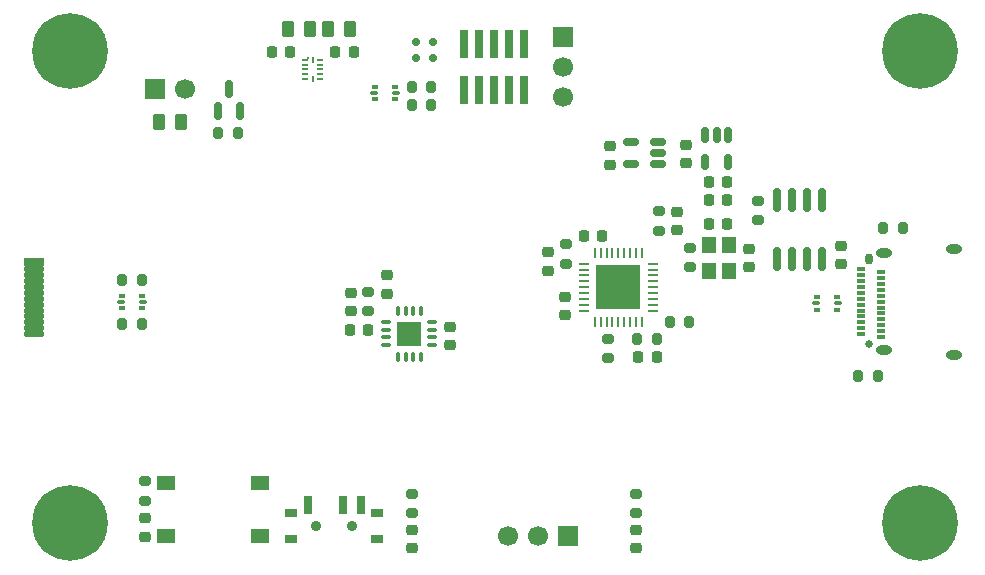
<source format=gbr>
%TF.GenerationSoftware,KiCad,Pcbnew,9.0.1+1*%
%TF.CreationDate,2025-09-18T10:25:19+00:00*%
%TF.ProjectId,ZSWatch-Dock,5a535761-7463-4682-9d44-6f636b2e6b69,2.2.0*%
%TF.SameCoordinates,Original*%
%TF.FileFunction,Soldermask,Top*%
%TF.FilePolarity,Negative*%
%FSLAX46Y46*%
G04 Gerber Fmt 4.6, Leading zero omitted, Abs format (unit mm)*
G04 Created by KiCad (PCBNEW 9.0.1+1) date 2025-09-18 10:25:19*
%MOMM*%
%LPD*%
G01*
G04 APERTURE LIST*
G04 Aperture macros list*
%AMRoundRect*
0 Rectangle with rounded corners*
0 $1 Rounding radius*
0 $2 $3 $4 $5 $6 $7 $8 $9 X,Y pos of 4 corners*
0 Add a 4 corners polygon primitive as box body*
4,1,4,$2,$3,$4,$5,$6,$7,$8,$9,$2,$3,0*
0 Add four circle primitives for the rounded corners*
1,1,$1+$1,$2,$3*
1,1,$1+$1,$4,$5*
1,1,$1+$1,$6,$7*
1,1,$1+$1,$8,$9*
0 Add four rect primitives between the rounded corners*
20,1,$1+$1,$2,$3,$4,$5,0*
20,1,$1+$1,$4,$5,$6,$7,0*
20,1,$1+$1,$6,$7,$8,$9,0*
20,1,$1+$1,$8,$9,$2,$3,0*%
G04 Aperture macros list end*
%ADD10RoundRect,0.075000X0.350000X0.075000X-0.350000X0.075000X-0.350000X-0.075000X0.350000X-0.075000X0*%
%ADD11RoundRect,0.075000X0.075000X0.350000X-0.075000X0.350000X-0.075000X-0.350000X0.075000X-0.350000X0*%
%ADD12R,2.100000X2.100000*%
%ADD13RoundRect,0.150000X-0.200000X0.150000X-0.200000X-0.150000X0.200000X-0.150000X0.200000X0.150000X0*%
%ADD14RoundRect,0.200000X0.275000X-0.200000X0.275000X0.200000X-0.275000X0.200000X-0.275000X-0.200000X0*%
%ADD15C,0.800000*%
%ADD16C,6.400000*%
%ADD17RoundRect,0.150000X-0.150000X0.512500X-0.150000X-0.512500X0.150000X-0.512500X0.150000X0.512500X0*%
%ADD18RoundRect,0.225000X0.250000X-0.225000X0.250000X0.225000X-0.250000X0.225000X-0.250000X-0.225000X0*%
%ADD19RoundRect,0.225000X-0.225000X-0.250000X0.225000X-0.250000X0.225000X0.250000X-0.225000X0.250000X0*%
%ADD20RoundRect,0.200000X0.200000X0.275000X-0.200000X0.275000X-0.200000X-0.275000X0.200000X-0.275000X0*%
%ADD21C,0.650000*%
%ADD22O,0.650000X0.950000*%
%ADD23R,0.700000X0.300000*%
%ADD24O,1.400000X0.800000*%
%ADD25R,1.700000X1.700000*%
%ADD26C,1.700000*%
%ADD27RoundRect,0.250000X0.262500X0.450000X-0.262500X0.450000X-0.262500X-0.450000X0.262500X-0.450000X0*%
%ADD28RoundRect,0.250000X-0.262500X-0.450000X0.262500X-0.450000X0.262500X0.450000X-0.262500X0.450000X0*%
%ADD29RoundRect,0.150000X-0.150000X0.825000X-0.150000X-0.825000X0.150000X-0.825000X0.150000X0.825000X0*%
%ADD30RoundRect,0.200000X-0.200000X-0.275000X0.200000X-0.275000X0.200000X0.275000X-0.200000X0.275000X0*%
%ADD31R,1.500000X1.300000*%
%ADD32RoundRect,0.225000X-0.250000X0.225000X-0.250000X-0.225000X0.250000X-0.225000X0.250000X0.225000X0*%
%ADD33RoundRect,0.150000X0.200000X-0.150000X0.200000X0.150000X-0.200000X0.150000X-0.200000X-0.150000X0*%
%ADD34RoundRect,0.200000X-0.275000X0.200000X-0.275000X-0.200000X0.275000X-0.200000X0.275000X0.200000X0*%
%ADD35RoundRect,0.093750X0.156250X0.093750X-0.156250X0.093750X-0.156250X-0.093750X0.156250X-0.093750X0*%
%ADD36RoundRect,0.075000X0.250000X0.075000X-0.250000X0.075000X-0.250000X-0.075000X0.250000X-0.075000X0*%
%ADD37RoundRect,0.150000X0.150000X-0.587500X0.150000X0.587500X-0.150000X0.587500X-0.150000X-0.587500X0*%
%ADD38RoundRect,0.093750X-0.156250X-0.093750X0.156250X-0.093750X0.156250X0.093750X-0.156250X0.093750X0*%
%ADD39RoundRect,0.075000X-0.250000X-0.075000X0.250000X-0.075000X0.250000X0.075000X-0.250000X0.075000X0*%
%ADD40RoundRect,0.225000X0.225000X0.250000X-0.225000X0.250000X-0.225000X-0.250000X0.225000X-0.250000X0*%
%ADD41R,1.200000X1.400000*%
%ADD42RoundRect,0.062500X-0.062500X0.350000X-0.062500X-0.350000X0.062500X-0.350000X0.062500X0.350000X0*%
%ADD43RoundRect,0.062500X-0.350000X0.062500X-0.350000X-0.062500X0.350000X-0.062500X0.350000X0.062500X0*%
%ADD44R,3.700000X3.700000*%
%ADD45RoundRect,0.218750X0.256250X-0.218750X0.256250X0.218750X-0.256250X0.218750X-0.256250X-0.218750X0*%
%ADD46R,1.000000X0.800000*%
%ADD47C,0.900000*%
%ADD48R,0.700000X1.500000*%
%ADD49RoundRect,0.102000X-0.750000X0.125000X-0.750000X-0.125000X0.750000X-0.125000X0.750000X0.125000X0*%
%ADD50RoundRect,0.102000X-0.750000X0.250000X-0.750000X-0.250000X0.750000X-0.250000X0.750000X0.250000X0*%
%ADD51R,0.740000X2.400000*%
%ADD52R,0.600000X0.200000*%
%ADD53R,0.150000X0.250000*%
%ADD54R,0.200000X0.600000*%
%ADD55RoundRect,0.150000X0.512500X0.150000X-0.512500X0.150000X-0.512500X-0.150000X0.512500X-0.150000X0*%
G04 APERTURE END LIST*
D10*
%TO.C,IC403*%
X202425000Y-152000000D03*
X202425000Y-151350000D03*
X202425000Y-150700000D03*
X202425000Y-150050000D03*
D11*
X201450000Y-149075000D03*
X200800000Y-149075000D03*
X200150000Y-149075000D03*
X199500000Y-149075000D03*
D10*
X198525000Y-150050000D03*
X198525000Y-150700000D03*
X198525000Y-151350000D03*
X198525000Y-152000000D03*
D11*
X199500000Y-152975000D03*
X200150000Y-152975000D03*
X200800000Y-152975000D03*
X201450000Y-152975000D03*
D12*
X200475000Y-151025000D03*
%TD*%
D13*
%TO.C,D402*%
X202500000Y-127700000D03*
X202500000Y-126300000D03*
%TD*%
D14*
%TO.C,R407*%
X219700000Y-166225000D03*
X219700000Y-164575000D03*
%TD*%
D15*
%TO.C,REF\u002A\u002A*%
X241300000Y-167100000D03*
X242002944Y-165402944D03*
X242002944Y-168797056D03*
X243700000Y-164700000D03*
D16*
X243700000Y-167100000D03*
D15*
X243700000Y-169500000D03*
X245397056Y-165402944D03*
X245397056Y-168797056D03*
X246100000Y-167100000D03*
%TD*%
D17*
%TO.C,IC404*%
X227425000Y-134225000D03*
X226475000Y-134225000D03*
X225525000Y-134225000D03*
X225525000Y-136500000D03*
X227425000Y-136500000D03*
%TD*%
D18*
%TO.C,C407*%
X203900000Y-152025000D03*
X203900000Y-150475000D03*
%TD*%
D19*
%TO.C,C414*%
X219850000Y-153000000D03*
X221400000Y-153000000D03*
%TD*%
D20*
%TO.C,R409*%
X242225000Y-142100000D03*
X240575000Y-142100000D03*
%TD*%
D21*
%TO.C,X403*%
X239365000Y-151920000D03*
D22*
X239365000Y-144720000D03*
D23*
X238705000Y-151070000D03*
X238705000Y-150570000D03*
X238705000Y-150070000D03*
X238705000Y-149570000D03*
X238705000Y-149070000D03*
X238705000Y-148570000D03*
X238705000Y-148070000D03*
X238705000Y-147570000D03*
X238705000Y-147070000D03*
X238705000Y-146570000D03*
X238705000Y-146070000D03*
X238705000Y-145570000D03*
X240405000Y-145820000D03*
X240405000Y-146320000D03*
X240405000Y-146820000D03*
X240405000Y-147320000D03*
X240405000Y-147820000D03*
X240405000Y-148320000D03*
X240405000Y-148820000D03*
X240405000Y-149320000D03*
X240405000Y-149820000D03*
X240405000Y-150320000D03*
X240405000Y-150820000D03*
X240405000Y-151320000D03*
D24*
X246565000Y-152810000D03*
X240615000Y-152450000D03*
X240615000Y-144190000D03*
X246565000Y-143830000D03*
%TD*%
D20*
%TO.C,R410*%
X240125000Y-154600000D03*
X238475000Y-154600000D03*
%TD*%
D14*
%TO.C,R421*%
X200700000Y-166225000D03*
X200700000Y-164575000D03*
%TD*%
%TO.C,R413*%
X217300000Y-153125000D03*
X217300000Y-151475000D03*
%TD*%
D25*
%TO.C,X405*%
X178925000Y-130285000D03*
D26*
X181465000Y-130285000D03*
%TD*%
D18*
%TO.C,C417*%
X223125000Y-142275000D03*
X223125000Y-140725000D03*
%TD*%
D27*
%TO.C,R418*%
X181112500Y-133100000D03*
X179287500Y-133100000D03*
%TD*%
D20*
%TO.C,R416*%
X177800000Y-150200000D03*
X176150000Y-150200000D03*
%TD*%
D28*
%TO.C,R406*%
X193600000Y-125200000D03*
X195425000Y-125200000D03*
%TD*%
D29*
%TO.C,IC409*%
X235405000Y-139750000D03*
X234135000Y-139750000D03*
X232865000Y-139750000D03*
X231595000Y-139750000D03*
X231595000Y-144700000D03*
X232865000Y-144700000D03*
X234135000Y-144700000D03*
X235405000Y-144700000D03*
%TD*%
D18*
%TO.C,C408*%
X223925000Y-136575000D03*
X223925000Y-135025000D03*
%TD*%
D25*
%TO.C,X402*%
X213900000Y-168200000D03*
D26*
X211360000Y-168200000D03*
X208820000Y-168200000D03*
%TD*%
D30*
%TO.C,R420*%
X184275000Y-134000000D03*
X185925000Y-134000000D03*
%TD*%
D31*
%TO.C,S401*%
X179850000Y-163700000D03*
X179850000Y-168200000D03*
X187800000Y-163700000D03*
X187800000Y-168200000D03*
%TD*%
D30*
%TO.C,R402*%
X200675000Y-130125000D03*
X202325000Y-130125000D03*
%TD*%
D32*
%TO.C,C415*%
X213625000Y-147925000D03*
X213625000Y-149475000D03*
%TD*%
D33*
%TO.C,D401*%
X201000000Y-126300000D03*
X201000000Y-127700000D03*
%TD*%
D34*
%TO.C,R419*%
X230000000Y-139775000D03*
X230000000Y-141425000D03*
%TD*%
D15*
%TO.C,REF\u002A\u002A*%
X241300000Y-127100000D03*
X242002944Y-125402944D03*
X242002944Y-128797056D03*
X243700000Y-124700000D03*
D16*
X243700000Y-127100000D03*
D15*
X243700000Y-129500000D03*
X245397056Y-125402944D03*
X245397056Y-128797056D03*
X246100000Y-127100000D03*
%TD*%
D35*
%TO.C,IC408*%
X177829999Y-148875000D03*
D36*
X177904999Y-148337500D03*
D35*
X177829999Y-147800000D03*
X176129999Y-147800000D03*
D36*
X176054999Y-148337500D03*
D35*
X176129999Y-148875000D03*
%TD*%
D15*
%TO.C,REF\u002A\u002A*%
X169300000Y-167100000D03*
X170002944Y-165402944D03*
X170002944Y-168797056D03*
X171700000Y-164700000D03*
D16*
X171700000Y-167100000D03*
D15*
X171700000Y-169500000D03*
X173397056Y-165402944D03*
X173397056Y-168797056D03*
X174100000Y-167100000D03*
%TD*%
D37*
%TO.C,Q401*%
X184250000Y-132175000D03*
X186150000Y-132175000D03*
X185200000Y-130300000D03*
%TD*%
D18*
%TO.C,C418*%
X212175000Y-145700000D03*
X212175000Y-144150000D03*
%TD*%
D38*
%TO.C,IC402*%
X197550000Y-130125000D03*
D39*
X197475000Y-130662500D03*
D38*
X197550000Y-131200000D03*
X199250000Y-131200000D03*
D39*
X199325000Y-130662500D03*
D38*
X199250000Y-130125000D03*
%TD*%
D34*
%TO.C,R404*%
X197000000Y-147500000D03*
X197000000Y-149150000D03*
%TD*%
%TO.C,R412*%
X213700000Y-143475000D03*
X213700000Y-145125000D03*
%TD*%
D40*
%TO.C,C409*%
X190400000Y-127200000D03*
X188850000Y-127200000D03*
%TD*%
D38*
%TO.C,IC406*%
X234950000Y-147925000D03*
D39*
X234875000Y-148462500D03*
D38*
X234950000Y-149000000D03*
X236650000Y-149000000D03*
D39*
X236725000Y-148462500D03*
D38*
X236650000Y-147925000D03*
%TD*%
D34*
%TO.C,R401*%
X178125000Y-163525000D03*
X178125000Y-165175000D03*
%TD*%
D41*
%TO.C,Y401*%
X225800000Y-143525000D03*
X225800000Y-145725000D03*
X227500000Y-145725000D03*
X227500000Y-143525000D03*
%TD*%
D18*
%TO.C,C419*%
X237000000Y-145150000D03*
X237000000Y-143600000D03*
%TD*%
D32*
%TO.C,C401*%
X178125000Y-166675000D03*
X178125000Y-168225000D03*
%TD*%
D42*
%TO.C,IC407*%
X220162500Y-144162500D03*
X219662500Y-144162500D03*
X219162500Y-144162500D03*
X218662500Y-144162500D03*
X218162500Y-144162500D03*
X217662500Y-144162500D03*
X217162500Y-144162500D03*
X216662500Y-144162500D03*
X216162500Y-144162500D03*
D43*
X215225000Y-145100000D03*
X215225000Y-145600000D03*
X215225000Y-146100000D03*
X215225000Y-146600000D03*
X215225000Y-147100000D03*
X215225000Y-147600000D03*
X215225000Y-148100000D03*
X215225000Y-148600000D03*
X215225000Y-149100000D03*
D42*
X216162500Y-150037500D03*
X216662500Y-150037500D03*
X217162500Y-150037500D03*
X217662500Y-150037500D03*
X218162500Y-150037500D03*
X218662500Y-150037500D03*
X219162500Y-150037500D03*
X219662500Y-150037500D03*
X220162500Y-150037500D03*
D43*
X221100000Y-149100000D03*
X221100000Y-148600000D03*
X221100000Y-148100000D03*
X221100000Y-147600000D03*
X221100000Y-147100000D03*
X221100000Y-146600000D03*
X221100000Y-146100000D03*
X221100000Y-145600000D03*
X221100000Y-145100000D03*
D44*
X218162500Y-147100000D03*
%TD*%
D40*
%TO.C,C410*%
X227400000Y-138200000D03*
X225850000Y-138200000D03*
%TD*%
D45*
%TO.C,D404*%
X200700000Y-169187500D03*
X200700000Y-167612500D03*
%TD*%
D46*
%TO.C,SW401*%
X190450000Y-166190000D03*
X190450000Y-168400000D03*
D47*
X192600000Y-167300000D03*
X195600000Y-167300000D03*
D46*
X197750000Y-166190000D03*
X197750000Y-168400000D03*
D48*
X191850000Y-165540000D03*
X194850000Y-165540000D03*
X196350000Y-165540000D03*
%TD*%
D30*
%TO.C,R408*%
X222500000Y-150000000D03*
X224150000Y-150000000D03*
%TD*%
D40*
%TO.C,C411*%
X227400000Y-139700000D03*
X225850000Y-139700000D03*
%TD*%
D49*
%TO.C,X404*%
X168650000Y-151070000D03*
X168650000Y-150570000D03*
X168650000Y-150070000D03*
X168650000Y-149570000D03*
X168650000Y-149070000D03*
X168650000Y-148570000D03*
X168650000Y-148070000D03*
X168650000Y-147570000D03*
X168650000Y-147070000D03*
X168650000Y-146570000D03*
X168650000Y-146070000D03*
X168650000Y-145570000D03*
D50*
X168650000Y-144945000D03*
%TD*%
D19*
%TO.C,C416*%
X215250000Y-142725000D03*
X216800000Y-142725000D03*
%TD*%
D32*
%TO.C,C413*%
X229200000Y-143850000D03*
X229200000Y-145400000D03*
%TD*%
D51*
%TO.C,X401*%
X210180000Y-126500000D03*
X210180000Y-130400000D03*
X208910000Y-126500000D03*
X208910000Y-130400000D03*
X207640000Y-126500000D03*
X207640000Y-130400000D03*
X206370000Y-126500000D03*
X206370000Y-130400000D03*
X205100000Y-126500000D03*
X205100000Y-130400000D03*
%TD*%
D20*
%TO.C,R414*%
X221425000Y-151500000D03*
X219775000Y-151500000D03*
%TD*%
D25*
%TO.C,J402*%
X213500000Y-125900000D03*
D26*
X213500000Y-128440000D03*
X213500000Y-130980000D03*
%TD*%
D28*
%TO.C,R405*%
X190200000Y-125200000D03*
X192025000Y-125200000D03*
%TD*%
D52*
%TO.C,IC405*%
X191637500Y-127842500D03*
D53*
X191862500Y-127667500D03*
D52*
X191637500Y-128242500D03*
X191637500Y-128642500D03*
X191637500Y-129042500D03*
X191637500Y-129442500D03*
D54*
X192287500Y-129442500D03*
D52*
X192937500Y-129442500D03*
X192937500Y-129042500D03*
X192937500Y-128642500D03*
X192937500Y-128242500D03*
X192937500Y-127842500D03*
D54*
X192287500Y-127842500D03*
%TD*%
D45*
%TO.C,D403*%
X219700000Y-169187500D03*
X219700000Y-167612500D03*
%TD*%
D15*
%TO.C,REF\u002A\u002A*%
X169300000Y-127100000D03*
X170002944Y-125402944D03*
X170002944Y-128797056D03*
X171700000Y-124700000D03*
D16*
X171700000Y-127100000D03*
D15*
X171700000Y-129500000D03*
X173397056Y-125402944D03*
X173397056Y-128797056D03*
X174100000Y-127100000D03*
%TD*%
D34*
%TO.C,R411*%
X224200000Y-143775000D03*
X224200000Y-145425000D03*
%TD*%
D30*
%TO.C,R415*%
X176150000Y-146500000D03*
X177800000Y-146500000D03*
%TD*%
D19*
%TO.C,C406*%
X194200000Y-127200000D03*
X195750000Y-127200000D03*
%TD*%
D18*
%TO.C,C403*%
X195500000Y-149100000D03*
X195500000Y-147550000D03*
%TD*%
D14*
%TO.C,R417*%
X221600000Y-142325000D03*
X221600000Y-140675000D03*
%TD*%
D40*
%TO.C,C405*%
X196975000Y-150700000D03*
X195425000Y-150700000D03*
%TD*%
D30*
%TO.C,R403*%
X200675000Y-131700000D03*
X202325000Y-131700000D03*
%TD*%
D18*
%TO.C,C404*%
X198600000Y-147650000D03*
X198600000Y-146100000D03*
%TD*%
D40*
%TO.C,C412*%
X227375000Y-141725000D03*
X225825000Y-141725000D03*
%TD*%
D18*
%TO.C,C402*%
X217450000Y-136725000D03*
X217450000Y-135175000D03*
%TD*%
D55*
%TO.C,IC401*%
X221487500Y-136675000D03*
X221487500Y-135725000D03*
X221487500Y-134775000D03*
X219212500Y-134775000D03*
X219212500Y-136675000D03*
%TD*%
M02*

</source>
